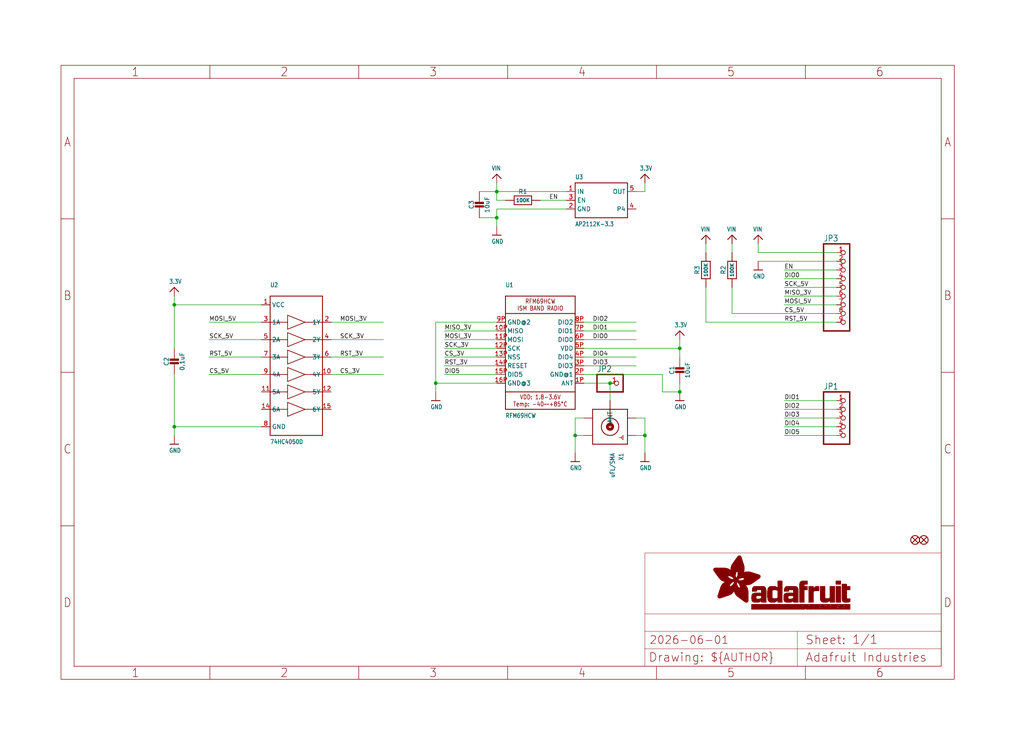
<source format=kicad_sch>
(kicad_sch (version 20230121) (generator eeschema)
  (paper "User" 298.45 217.322)
  (lib_symbols
    (symbol "working-eagle-import:3.3V" (power)
      (property "Value" "3.3V" (at -1.524 1.016 0))
      (symbol "3.3V_1_0"
        (pin power_in line (at 0 -2.54 90) (length 2.54) (name "3.3V") (number "1"))
      )
    )
    (symbol "working-eagle-import:74HC4050DTSSOP"
      (property "Reference" "U" (at -7.62 22.86 0))
      (symbol "74HC4050DTSSOP_1_0"
        (pin bidirectional line (at -10.16 17.78 0) (length 2.54) (name "VCC") (number "1"))
        (pin bidirectional line (at 10.16 -2.54 180) (length 2.54) (name "4Y") (number "10"))
        (pin bidirectional line (at -10.16 -7.62 0) (length 2.54) (name "5A") (number "11"))
        (pin bidirectional line (at 10.16 -7.62 180) (length 2.54) (name "5Y") (number "12"))
        (pin bidirectional line (at -10.16 -12.7 0) (length 2.54) (name "6A") (number "14"))
        (pin bidirectional line (at 10.16 -12.7 180) (length 2.54) (name "6Y") (number "15"))
        (pin bidirectional line (at 10.16 12.7 180) (length 2.54) (name "1Y") (number "2"))
        (pin bidirectional line (at -10.16 12.7 0) (length 2.54) (name "1A") (number "3"))
        (pin bidirectional line (at 10.16 7.62 180) (length 2.54) (name "2Y") (number "4"))
        (pin bidirectional line (at -10.16 7.62 0) (length 2.54) (name "2A") (number "5"))
        (pin bidirectional line (at 10.16 2.54 180) (length 2.54) (name "3Y") (number "6"))
        (pin bidirectional line (at -10.16 2.54 0) (length 2.54) (name "3A") (number "7"))
        (pin bidirectional line (at -10.16 -17.78 0) (length 2.54) (name "GND") (number "8"))
        (pin bidirectional line (at -10.16 -2.54 0) (length 2.54) (name "4A") (number "9"))
      )
    )
    (symbol "working-eagle-import:CAP_CERAMIC0805-NOOUTLINE"
      (property "Reference" "C" (at -2.29 1.25 90))
      (symbol "CAP_CERAMIC0805-NOOUTLINE_1_0"
        (pin passive line (at 0 5.08 270) (length 2.54) (name "1") (number "1"))
        (pin passive line (at 0 -2.54 90) (length 2.54) (name "2") (number "2"))
      )
    )
    (symbol "working-eagle-import:FIDUCIAL{dblquote}{dblquote}")
    (symbol "working-eagle-import:FRAME_A4_ADAFRUIT"
      (symbol "FRAME_A4_ADAFRUIT_1_0"
        (text "${#}/${##}" (at 230.505 10.16 0) (effects (font (size 2.54 2.54)) (justify left bottom)))
        (text "${AUTHOR}" (at 189.23 5.08 0) (effects (font (size 2.286 2.286)) (justify left bottom)))
        (text "${CURRENT_DATE}" (at 171.45 10.16 0) (effects (font (size 2.286 2.286)) (justify left bottom)))
        (text "${PROJECTNAME}" (at 171.45 15.24 0) (effects (font (size 2.54 2.54)) (justify left bottom)))
        (text "1" (at 21.6958 1.905 0) (effects (font (size 2.54 2.286))))
        (text "1" (at 21.6958 177.165 0) (effects (font (size 2.54 2.286))))
        (text "2" (at 65.0875 1.905 0) (effects (font (size 2.54 2.286))))
        (text "2" (at 65.0875 177.165 0) (effects (font (size 2.54 2.286))))
        (text "3" (at 108.4792 1.905 0) (effects (font (size 2.54 2.286))))
        (text "3" (at 108.4792 177.165 0) (effects (font (size 2.54 2.286))))
        (text "4" (at 151.8708 1.905 0) (effects (font (size 2.54 2.286))))
        (text "4" (at 151.8708 177.165 0) (effects (font (size 2.54 2.286))))
        (text "5" (at 195.2625 1.905 0) (effects (font (size 2.54 2.286))))
        (text "5" (at 195.2625 177.165 0) (effects (font (size 2.54 2.286))))
        (text "6" (at 238.6542 1.905 0) (effects (font (size 2.54 2.286))))
        (text "6" (at 238.6542 177.165 0) (effects (font (size 2.54 2.286))))
        (text "A" (at 1.905 156.6863 0) (effects (font (size 2.54 2.286))))
        (text "A" (at 258.445 156.6863 0) (effects (font (size 2.54 2.286))))
        (text "Adafruit Industries" (at 216.916 4.953 0) (effects (font (size 2.54 2.54)) (justify left bottom)))
        (text "B" (at 1.905 111.9188 0) (effects (font (size 2.54 2.286))))
        (text "B" (at 258.445 111.9188 0) (effects (font (size 2.54 2.286))))
        (text "C" (at 1.905 67.1513 0) (effects (font (size 2.54 2.286))))
        (text "C" (at 258.445 67.1513 0) (effects (font (size 2.54 2.286))))
        (text "D" (at 1.905 22.3838 0) (effects (font (size 2.54 2.286))))
        (text "D" (at 258.445 22.3838 0) (effects (font (size 2.54 2.286))))
        (text "Drawing:" (at 171.196 4.953 0) (effects (font (size 2.54 2.54)) (justify left bottom)))
        (text "Sheet:" (at 216.916 10.033 0) (effects (font (size 2.54 2.54)) (justify left bottom)))
      )
    )
    (symbol "working-eagle-import:GND" (power)
      (property "Value" "GND" (at -1.524 -2.54 0))
      (symbol "GND_1_0"
        (pin power_in line (at 0 2.54 270) (length 2.54) (name "GND") (number "1"))
      )
    )
    (symbol "working-eagle-import:HEADER-1X1ROUND"
      (property "Reference" "JP" (at -6.35 3.175 0))
      (symbol "HEADER-1X1ROUND_1_0"
        (pin passive inverted (at -2.54 0 0) (length 2.54) (name "1") (number "1"))
      )
    )
    (symbol "working-eagle-import:HEADER-1X570MIL"
      (property "Reference" "JP" (at -6.35 8.255 0))
      (symbol "HEADER-1X570MIL_1_0"
        (pin passive inverted (at -2.54 5.08 0) (length 2.54) (name "1") (number "1"))
        (pin passive inverted (at -2.54 2.54 0) (length 2.54) (name "2") (number "2"))
        (pin passive inverted (at -2.54 0 0) (length 2.54) (name "3") (number "3"))
        (pin passive inverted (at -2.54 -2.54 0) (length 2.54) (name "4") (number "4"))
        (pin passive inverted (at -2.54 -5.08 0) (length 2.54) (name "5") (number "5"))
      )
    )
    (symbol "working-eagle-import:HEADER-1X970MIL"
      (property "Reference" "JP" (at -6.35 13.335 0))
      (symbol "HEADER-1X970MIL_1_0"
        (pin passive inverted (at -2.54 10.16 0) (length 2.54) (name "1") (number "1"))
        (pin passive inverted (at -2.54 7.62 0) (length 2.54) (name "2") (number "2"))
        (pin passive inverted (at -2.54 5.08 0) (length 2.54) (name "3") (number "3"))
        (pin passive inverted (at -2.54 2.54 0) (length 2.54) (name "4") (number "4"))
        (pin passive inverted (at -2.54 0 0) (length 2.54) (name "5") (number "5"))
        (pin passive inverted (at -2.54 -2.54 0) (length 2.54) (name "6") (number "6"))
        (pin passive inverted (at -2.54 -5.08 0) (length 2.54) (name "7") (number "7"))
        (pin passive inverted (at -2.54 -7.62 0) (length 2.54) (name "8") (number "8"))
        (pin passive inverted (at -2.54 -10.16 0) (length 2.54) (name "9") (number "9"))
      )
    )
    (symbol "working-eagle-import:RESISTOR0805_NOOUTLINE"
      (property "Reference" "R" (at 0 2.54 0))
      (symbol "RESISTOR0805_NOOUTLINE_1_0"
        (pin passive line (at -5.08 0 0) (length 2.54) (name "1") (number "1"))
        (pin passive line (at 5.08 0 180) (length 2.54) (name "2") (number "2"))
      )
    )
    (symbol "working-eagle-import:RFM69HCW_SMT"
      (property "Reference" "U" (at -10.16 17.78 0))
      (symbol "RFM69HCW_SMT_1_0"
        (text "RFM69HCW\nISM BAND RADIO" (at 0 12.7 0) (effects (font (size 1.27 1.0795))))
        (text "VDD: 1.8-3.6V\nTemp: -40~~+85°C" (at 0 -15.24 0) (effects (font (size 1.27 1.0795))))
        (pin output line (at -12.7 5.08 0) (length 2.54) (name "MISO") (number "10P"))
        (pin input line (at -12.7 2.54 0) (length 2.54) (name "MOSI") (number "11P"))
        (pin input line (at -12.7 0 0) (length 2.54) (name "SCK") (number "12P"))
        (pin input line (at -12.7 -2.54 0) (length 2.54) (name "NSS") (number "13P"))
        (pin input line (at -12.7 -5.08 0) (length 2.54) (name "RESET") (number "14P"))
        (pin bidirectional line (at -12.7 -7.62 0) (length 2.54) (name "DIO5") (number "15P"))
        (pin power_in line (at -12.7 -10.16 0) (length 2.54) (name "GND@3") (number "16P"))
        (pin bidirectional line (at 12.7 -10.16 180) (length 2.54) (name "ANT") (number "1P"))
        (pin power_in line (at 12.7 -7.62 180) (length 2.54) (name "GND@1") (number "2P"))
        (pin bidirectional line (at 12.7 -5.08 180) (length 2.54) (name "DIO3") (number "3P"))
        (pin bidirectional line (at 12.7 -2.54 180) (length 2.54) (name "DIO4") (number "4P"))
        (pin power_in line (at 12.7 0 180) (length 2.54) (name "VDD") (number "5P"))
        (pin bidirectional line (at 12.7 2.54 180) (length 2.54) (name "DIO0") (number "6P"))
        (pin bidirectional line (at 12.7 5.08 180) (length 2.54) (name "DIO1") (number "7P"))
        (pin bidirectional line (at 12.7 7.62 180) (length 2.54) (name "DIO2") (number "8P"))
        (pin power_in line (at -12.7 7.62 0) (length 2.54) (name "GND@2") (number "9P"))
      )
    )
    (symbol "working-eagle-import:SMACONNECTOR_EDGE_UFL"
      (property "Reference" "X" (at 7.62 2.54 0))
      (symbol "SMACONNECTOR_EDGE_UFL_1_0"
        (pin power_in line (at -2.54 7.62 270) (length 2.54) (name "GND1") (number "GND@1"))
        (pin power_in line (at 2.54 7.62 270) (length 2.54) (name "GND2") (number "GND@2"))
        (pin power_in line (at -2.54 -7.62 90) (length 2.54) (name "GND3") (number "GND@3"))
        (pin power_in line (at 2.54 -7.62 90) (length 2.54) (name "GND4") (number "GND@4"))
        (pin bidirectional line (at -7.62 0 0) (length 2.54) (name "ANT") (number "P"))
      )
    )
    (symbol "working-eagle-import:VIN" (power)
      (property "Value" "VIN" (at -1.524 1.016 0))
      (symbol "VIN_1_0"
        (pin power_in line (at 0 -2.54 90) (length 2.54) (name "VIN") (number "1"))
      )
    )
    (symbol "working-eagle-import:VREG_SOT23-5"
      (property "Reference" "U" (at -7.62 6.096 0))
      (symbol "VREG_SOT23-5_1_0"
        (pin power_in line (at -10.16 2.54 0) (length 2.54) (name "IN") (number "1"))
        (pin power_in line (at -10.16 -2.54 0) (length 2.54) (name "GND") (number "2"))
        (pin input line (at -10.16 0 0) (length 2.54) (name "EN") (number "3"))
        (pin bidirectional line (at 10.16 -2.54 180) (length 2.54) (name "P4") (number "4"))
        (pin power_in line (at 10.16 2.54 180) (length 2.54) (name "OUT") (number "5"))
      )
    )
  )
  (junction (at 198.12 114.3))
  (junction (at 50.8 124.46))
  (junction (at 127 111.76))
  (junction (at 198.12 101.6))
  (junction (at 144.78 55.88))
  (junction (at 144.78 63.5))
  (junction (at 177.8 111.76))
  (junction (at 167.64 127))
  (junction (at 50.8 88.9))
  (junction (at 187.96 127))
  (wire (pts (xy 129.54 101.6) (xy 144.78 101.6)) (stroke (width 0.1524)))
  (wire (pts (xy 187.96 121.92) (xy 187.96 127)) (stroke (width 0.1524)))
  (wire (pts (xy 147.32 58.42) (xy 144.78 58.42)) (stroke (width 0.1524)))
  (wire (pts (xy 198.12 101.6) (xy 198.12 104.14)) (stroke (width 0.1524)))
  (wire (pts (xy 96.52 93.98) (xy 111.76 93.98)) (stroke (width 0.1524)))
  (wire (pts (xy 228.6 121.92) (xy 243.84 121.92)) (stroke (width 0.1524)))
  (wire (pts (xy 96.52 99.06) (xy 111.76 99.06)) (stroke (width 0.1524)))
  (wire (pts (xy 144.78 58.42) (xy 144.78 55.88)) (stroke (width 0.1524)))
  (wire (pts (xy 243.84 83.82) (xy 228.6 83.82)) (stroke (width 0.1524)))
  (wire (pts (xy 193.04 109.22) (xy 193.04 114.3)) (stroke (width 0.1524)))
  (wire (pts (xy 213.36 91.44) (xy 213.36 83.82)) (stroke (width 0.1524)))
  (wire (pts (xy 243.84 119.38) (xy 228.6 119.38)) (stroke (width 0.1524)))
  (wire (pts (xy 144.78 55.88) (xy 139.7 55.88)) (stroke (width 0.1524)))
  (wire (pts (xy 170.18 104.14) (xy 185.42 104.14)) (stroke (width 0.1524)))
  (wire (pts (xy 165.1 55.88) (xy 144.78 55.88)) (stroke (width 0.1524)))
  (wire (pts (xy 198.12 111.76) (xy 198.12 114.3)) (stroke (width 0.1524)))
  (wire (pts (xy 60.96 109.22) (xy 76.2 109.22)) (stroke (width 0.1524)))
  (wire (pts (xy 144.78 63.5) (xy 139.7 63.5)) (stroke (width 0.1524)))
  (wire (pts (xy 170.18 109.22) (xy 193.04 109.22)) (stroke (width 0.1524)))
  (wire (pts (xy 76.2 99.06) (xy 60.96 99.06)) (stroke (width 0.1524)))
  (wire (pts (xy 170.18 127) (xy 167.64 127)) (stroke (width 0.1524)))
  (wire (pts (xy 76.2 104.14) (xy 60.96 104.14)) (stroke (width 0.1524)))
  (wire (pts (xy 243.84 78.74) (xy 228.6 78.74)) (stroke (width 0.1524)))
  (wire (pts (xy 127 93.98) (xy 127 111.76)) (stroke (width 0.1524)))
  (wire (pts (xy 185.42 93.98) (xy 170.18 93.98)) (stroke (width 0.1524)))
  (wire (pts (xy 185.42 96.52) (xy 170.18 96.52)) (stroke (width 0.1524)))
  (wire (pts (xy 129.54 106.68) (xy 144.78 106.68)) (stroke (width 0.1524)))
  (wire (pts (xy 243.84 81.28) (xy 228.6 81.28)) (stroke (width 0.1524)))
  (wire (pts (xy 96.52 109.22) (xy 111.76 109.22)) (stroke (width 0.1524)))
  (wire (pts (xy 198.12 101.6) (xy 198.12 99.06)) (stroke (width 0.1524)))
  (wire (pts (xy 170.18 111.76) (xy 177.8 111.76)) (stroke (width 0.1524)))
  (wire (pts (xy 177.8 111.76) (xy 177.8 116.84)) (stroke (width 0.1524)))
  (wire (pts (xy 144.78 60.96) (xy 144.78 63.5)) (stroke (width 0.1524)))
  (wire (pts (xy 129.54 99.06) (xy 144.78 99.06)) (stroke (width 0.1524)))
  (wire (pts (xy 50.8 124.46) (xy 50.8 109.22)) (stroke (width 0.1524)))
  (wire (pts (xy 205.74 71.12) (xy 205.74 73.66)) (stroke (width 0.1524)))
  (wire (pts (xy 127 111.76) (xy 127 114.3)) (stroke (width 0.1524)))
  (wire (pts (xy 144.78 63.5) (xy 144.78 66.04)) (stroke (width 0.1524)))
  (wire (pts (xy 170.18 106.68) (xy 185.42 106.68)) (stroke (width 0.1524)))
  (wire (pts (xy 193.04 114.3) (xy 198.12 114.3)) (stroke (width 0.1524)))
  (wire (pts (xy 50.8 88.9) (xy 50.8 86.36)) (stroke (width 0.1524)))
  (wire (pts (xy 185.42 127) (xy 187.96 127)) (stroke (width 0.1524)))
  (wire (pts (xy 144.78 96.52) (xy 129.54 96.52)) (stroke (width 0.1524)))
  (wire (pts (xy 243.84 116.84) (xy 228.6 116.84)) (stroke (width 0.1524)))
  (wire (pts (xy 76.2 88.9) (xy 50.8 88.9)) (stroke (width 0.1524)))
  (wire (pts (xy 185.42 121.92) (xy 187.96 121.92)) (stroke (width 0.1524)))
  (wire (pts (xy 187.96 55.88) (xy 187.96 53.34)) (stroke (width 0.1524)))
  (wire (pts (xy 205.74 93.98) (xy 243.84 93.98)) (stroke (width 0.1524)))
  (wire (pts (xy 76.2 124.46) (xy 50.8 124.46)) (stroke (width 0.1524)))
  (wire (pts (xy 144.78 93.98) (xy 127 93.98)) (stroke (width 0.1524)))
  (wire (pts (xy 185.42 55.88) (xy 187.96 55.88)) (stroke (width 0.1524)))
  (wire (pts (xy 170.18 121.92) (xy 167.64 121.92)) (stroke (width 0.1524)))
  (wire (pts (xy 187.96 127) (xy 187.96 132.08)) (stroke (width 0.1524)))
  (wire (pts (xy 144.78 111.76) (xy 127 111.76)) (stroke (width 0.1524)))
  (wire (pts (xy 243.84 127) (xy 228.6 127)) (stroke (width 0.1524)))
  (wire (pts (xy 228.6 124.46) (xy 243.84 124.46)) (stroke (width 0.1524)))
  (wire (pts (xy 144.78 55.88) (xy 144.78 53.34)) (stroke (width 0.1524)))
  (wire (pts (xy 167.64 121.92) (xy 167.64 127)) (stroke (width 0.1524)))
  (wire (pts (xy 243.84 86.36) (xy 228.6 86.36)) (stroke (width 0.1524)))
  (wire (pts (xy 220.98 71.12) (xy 220.98 73.66)) (stroke (width 0.1524)))
  (wire (pts (xy 144.78 109.22) (xy 129.54 109.22)) (stroke (width 0.1524)))
  (wire (pts (xy 96.52 104.14) (xy 111.76 104.14)) (stroke (width 0.1524)))
  (wire (pts (xy 50.8 88.9) (xy 50.8 101.6)) (stroke (width 0.1524)))
  (wire (pts (xy 165.1 60.96) (xy 144.78 60.96)) (stroke (width 0.1524)))
  (wire (pts (xy 213.36 71.12) (xy 213.36 73.66)) (stroke (width 0.1524)))
  (wire (pts (xy 185.42 99.06) (xy 170.18 99.06)) (stroke (width 0.1524)))
  (wire (pts (xy 76.2 93.98) (xy 60.96 93.98)) (stroke (width 0.1524)))
  (wire (pts (xy 220.98 76.2) (xy 243.84 76.2)) (stroke (width 0.1524)))
  (wire (pts (xy 165.1 58.42) (xy 157.48 58.42)) (stroke (width 0.1524)))
  (wire (pts (xy 167.64 127) (xy 167.64 132.08)) (stroke (width 0.1524)))
  (wire (pts (xy 170.18 101.6) (xy 198.12 101.6)) (stroke (width 0.1524)))
  (wire (pts (xy 213.36 91.44) (xy 243.84 91.44)) (stroke (width 0.1524)))
  (wire (pts (xy 243.84 88.9) (xy 228.6 88.9)) (stroke (width 0.1524)))
  (wire (pts (xy 220.98 73.66) (xy 243.84 73.66)) (stroke (width 0.1524)))
  (wire (pts (xy 129.54 104.14) (xy 144.78 104.14)) (stroke (width 0.1524)))
  (wire (pts (xy 50.8 124.46) (xy 50.8 127)) (stroke (width 0.1524)))
  (wire (pts (xy 205.74 83.82) (xy 205.74 93.98)) (stroke (width 0.1524)))
  (label "EN" (at 160.02 58.42 0) (effects (font (size 1.2446 1.2446))))
  (label "RST_3V" (at 129.54 106.68 0) (effects (font (size 1.2446 1.2446))))
  (label "DIO2" (at 172.72 93.98 0) (effects (font (size 1.2446 1.2446))))
  (label "CS_3V" (at 99.06 109.22 0) (effects (font (size 1.2446 1.2446))))
  (label "MISO_3V" (at 129.54 96.52 0) (effects (font (size 1.2446 1.2446))))
  (label "DIO1" (at 172.72 96.52 0) (effects (font (size 1.2446 1.2446))))
  (label "DIO3" (at 172.72 106.68 0) (effects (font (size 1.2446 1.2446))))
  (label "CS_3V" (at 129.54 104.14 0) (effects (font (size 1.2446 1.2446))))
  (label "SCK_5V" (at 228.6 83.82 0) (effects (font (size 1.2446 1.2446))))
  (label "MISO_3V" (at 228.6 86.36 0) (effects (font (size 1.2446 1.2446))))
  (label "DIO0" (at 172.72 99.06 0) (effects (font (size 1.2446 1.2446))))
  (label "EN" (at 228.6 78.74 0) (effects (font (size 1.2446 1.2446))))
  (label "DIO5" (at 129.54 109.22 0) (effects (font (size 1.2446 1.2446))))
  (label "CS_5V" (at 60.96 109.22 0) (effects (font (size 1.2446 1.2446))))
  (label "DIO1" (at 228.6 116.84 0) (effects (font (size 1.2446 1.2446))))
  (label "CS_5V" (at 228.6 91.44 0) (effects (font (size 1.2446 1.2446))))
  (label "SCK_3V" (at 99.06 99.06 0) (effects (font (size 1.2446 1.2446))))
  (label "MOSI_3V" (at 129.54 99.06 0) (effects (font (size 1.2446 1.2446))))
  (label "DIO4" (at 172.72 104.14 0) (effects (font (size 1.2446 1.2446))))
  (label "SCK_5V" (at 60.96 99.06 0) (effects (font (size 1.2446 1.2446))))
  (label "MOSI_3V" (at 99.06 93.98 0) (effects (font (size 1.2446 1.2446))))
  (label "RST_5V" (at 228.6 93.98 0) (effects (font (size 1.2446 1.2446))))
  (label "DIO5" (at 228.6 127 0) (effects (font (size 1.2446 1.2446))))
  (label "DIO4" (at 228.6 124.46 0) (effects (font (size 1.2446 1.2446))))
  (label "MOSI_5V" (at 228.6 88.9 0) (effects (font (size 1.2446 1.2446))))
  (label "DIO3" (at 228.6 121.92 0) (effects (font (size 1.2446 1.2446))))
  (label "RST_3V" (at 99.06 104.14 0) (effects (font (size 1.2446 1.2446))))
  (label "SCK_3V" (at 129.54 101.6 0) (effects (font (size 1.2446 1.2446))))
  (label "DIO0" (at 228.6 81.28 0) (effects (font (size 1.2446 1.2446))))
  (label "RST_5V" (at 60.96 104.14 0) (effects (font (size 1.2446 1.2446))))
  (label "DIO2" (at 228.6 119.38 0) (effects (font (size 1.2446 1.2446))))
  (label "MOSI_5V" (at 60.96 93.98 0) (effects (font (size 1.2446 1.2446))))
  (symbol (lib_id "working-eagle-import:HEADER-1X970MIL") (at 246.38 83.82 0) (unit 1)
    (property "Reference" "JP3" (at 240.03 70.485 0) (effects (font (size 1.778 1.5113)) (justify left bottom)))
    (property "Value" "HEADER-1X970MIL" (effects hide))
    (property "Footprint" "working:1X09_ROUND_70" (effects hide))
  )
  (symbol (lib_id "working-eagle-import:SMACONNECTOR_EDGE_UFL") (at 177.8 124.46 270) (unit 1)
    (property "Reference" "X1" (at 180.34 132.08 0) (effects (font (size 1.27 1.0795)) (justify left bottom)))
    (property "Value" "uFL/SMA" (at 177.8 132.08 0) (effects (font (size 1.27 1.0795)) (justify left bottom)))
    (property "Footprint" "working:SMA_EDGELAUNCH_UFL" (effects hide))
  )
  (symbol (lib_id "working-eagle-import:FIDUCIAL{dblquote}{dblquote}") (at 266.7 157.48 0) (unit 1)
    (property "Reference" "FID2" (effects hide))
    (property "Value" "FIDUCIAL{dblquote}{dblquote}" (effects hide))
    (property "Footprint" "working:FIDUCIAL_1MM" (effects hide))
  )
  (symbol (lib_id "working-eagle-import:GND") (at 220.98 78.74 0) (unit 1)
    (property "Reference" "#U$18" (effects hide))
    (property "Value" "GND" (at 219.456 81.28 0) (effects (font (size 1.27 1.0795)) (justify left bottom)))
  )
  (symbol (lib_id "working-eagle-import:GND") (at 50.8 129.54 0) (unit 1)
    (property "Reference" "#U$3" (effects hide))
    (property "Value" "GND" (at 49.276 132.08 0) (effects (font (size 1.27 1.0795)) (justify left bottom)))
  )
  (symbol (lib_id "working-eagle-import:GND") (at 127 116.84 0) (unit 1)
    (property "Reference" "#U$4" (effects hide))
    (property "Value" "GND" (at 125.476 119.38 0) (effects (font (size 1.27 1.0795)) (justify left bottom)))
  )
  (symbol (lib_id "working-eagle-import:RESISTOR0805_NOOUTLINE") (at 205.74 78.74 90) (unit 1)
    (property "Reference" "R3" (at 203.2 78.74 0))
    (property "Value" "100K" (at 205.74 78.74 0) (effects (font (size 1.016 1.016) bold)))
    (property "Footprint" "working:0805-NO" (effects hide))
  )
  (symbol (lib_id "working-eagle-import:3.3V") (at 50.8 83.82 0) (unit 1)
    (property "Reference" "#U$2" (effects hide))
    (property "Value" "3.3V" (at 49.276 82.804 0) (effects (font (size 1.27 1.0795)) (justify left bottom)))
  )
  (symbol (lib_id "working-eagle-import:3.3V") (at 198.12 96.52 0) (unit 1)
    (property "Reference" "#U$5" (effects hide))
    (property "Value" "3.3V" (at 196.596 95.504 0) (effects (font (size 1.27 1.0795)) (justify left bottom)))
  )
  (symbol (lib_id "working-eagle-import:CAP_CERAMIC0805-NOOUTLINE") (at 198.12 109.22 0) (unit 1)
    (property "Reference" "C1" (at 195.83 107.97 90))
    (property "Value" "10uF" (at 200.42 107.97 90))
    (property "Footprint" "working:0805-NO" (effects hide))
  )
  (symbol (lib_id "working-eagle-import:HEADER-1X1ROUND") (at 180.34 111.76 0) (unit 1)
    (property "Reference" "JP2" (at 173.99 108.585 0) (effects (font (size 1.778 1.5113)) (justify left bottom)))
    (property "Value" "HEADER-1X1ROUND" (effects hide))
    (property "Footprint" "working:1X01_ROUND" (effects hide))
  )
  (symbol (lib_id "working-eagle-import:GND") (at 198.12 116.84 0) (unit 1)
    (property "Reference" "#U$6" (effects hide))
    (property "Value" "GND" (at 196.596 119.38 0) (effects (font (size 1.27 1.0795)) (justify left bottom)))
  )
  (symbol (lib_id "working-eagle-import:VIN") (at 220.98 68.58 0) (unit 1)
    (property "Reference" "#U$16" (effects hide))
    (property "Value" "VIN" (at 219.456 67.564 0) (effects (font (size 1.27 1.0795)) (justify left bottom)))
  )
  (symbol (lib_id "working-eagle-import:FRAME_A4_ADAFRUIT") (at 17.78 198.12 0) (unit 1)
    (property "Reference" "#U$1" (effects hide))
    (property "Value" "FRAME_A4_ADAFRUIT" (effects hide))
  )
  (symbol (lib_id "working-eagle-import:VREG_SOT23-5") (at 175.26 58.42 0) (unit 1)
    (property "Reference" "U3" (at 167.64 52.324 0) (effects (font (size 1.27 1.0795)) (justify left bottom)))
    (property "Value" "AP2112K-3.3" (at 167.64 66.04 0) (effects (font (size 1.27 1.0795)) (justify left bottom)))
    (property "Footprint" "working:SOT23-5" (effects hide))
  )
  (symbol (lib_id "working-eagle-import:GND") (at 167.64 134.62 0) (unit 1)
    (property "Reference" "#U$7" (effects hide))
    (property "Value" "GND" (at 166.116 137.16 0) (effects (font (size 1.27 1.0795)) (justify left bottom)))
  )
  (symbol (lib_id "working-eagle-import:VIN") (at 205.74 68.58 0) (unit 1)
    (property "Reference" "#U$13" (effects hide))
    (property "Value" "VIN" (at 204.216 67.564 0) (effects (font (size 1.27 1.0795)) (justify left bottom)))
  )
  (symbol (lib_id "working-eagle-import:FIDUCIAL{dblquote}{dblquote}") (at 269.24 157.48 0) (unit 1)
    (property "Reference" "FID1" (effects hide))
    (property "Value" "FIDUCIAL{dblquote}{dblquote}" (effects hide))
    (property "Footprint" "working:FIDUCIAL_1MM" (effects hide))
  )
  (symbol (lib_id "working-eagle-import:RFM69HCW_SMT") (at 157.48 101.6 0) (unit 1)
    (property "Reference" "U1" (at 147.32 83.82 0) (effects (font (size 1.27 1.0795)) (justify left bottom)))
    (property "Value" "RFM69HCW" (at 147.32 121.92 0) (effects (font (size 1.27 1.0795)) (justify left bottom)))
    (property "Footprint" "working:RFMHCW_SMT" (effects hide))
  )
  (symbol (lib_id "working-eagle-import:74HC4050DTSSOP") (at 86.36 106.68 0) (unit 1)
    (property "Reference" "U2" (at 78.74 83.82 0) (effects (font (size 1.27 1.0795)) (justify left bottom)))
    (property "Value" "74HC4050D" (at 78.74 129.54 0) (effects (font (size 1.27 1.0795)) (justify left bottom)))
    (property "Footprint" "working:TSSOP16" (effects hide))
  )
  (symbol (lib_id "working-eagle-import:CAP_CERAMIC0805-NOOUTLINE") (at 50.8 106.68 0) (unit 1)
    (property "Reference" "C2" (at 48.51 105.43 90))
    (property "Value" "0.1uF" (at 53.1 105.43 90))
    (property "Footprint" "working:0805-NO" (effects hide))
  )
  (symbol (lib_id "working-eagle-import:GND") (at 187.96 134.62 0) (unit 1)
    (property "Reference" "#U$9" (effects hide))
    (property "Value" "GND" (at 186.436 137.16 0) (effects (font (size 1.27 1.0795)) (justify left bottom)))
  )
  (symbol (lib_id "working-eagle-import:GND") (at 144.78 68.58 0) (unit 1)
    (property "Reference" "#U$11" (effects hide))
    (property "Value" "GND" (at 143.256 71.12 0) (effects (font (size 1.27 1.0795)) (justify left bottom)))
  )
  (symbol (lib_id "working-eagle-import:3.3V") (at 187.96 50.8 0) (unit 1)
    (property "Reference" "#U$12" (effects hide))
    (property "Value" "3.3V" (at 186.436 49.784 0) (effects (font (size 1.27 1.0795)) (justify left bottom)))
  )
  (symbol (lib_id "working-eagle-import:RESISTOR0805_NOOUTLINE") (at 213.36 78.74 90) (unit 1)
    (property "Reference" "R2" (at 210.82 78.74 0))
    (property "Value" "100K" (at 213.36 78.74 0) (effects (font (size 1.016 1.016) bold)))
    (property "Footprint" "working:0805-NO" (effects hide))
  )
  (symbol (lib_id "working-eagle-import:RESISTOR0805_NOOUTLINE") (at 152.4 58.42 0) (unit 1)
    (property "Reference" "R1" (at 152.4 55.88 0))
    (property "Value" "100K" (at 152.4 58.42 0) (effects (font (size 1.016 1.016) bold)))
    (property "Footprint" "working:0805-NO" (effects hide))
  )
  (symbol (lib_id "working-eagle-import:VIN") (at 213.36 68.58 0) (unit 1)
    (property "Reference" "#U$17" (effects hide))
    (property "Value" "VIN" (at 211.836 67.564 0) (effects (font (size 1.27 1.0795)) (justify left bottom)))
  )
  (symbol (lib_id "working-eagle-import:HEADER-1X570MIL") (at 246.38 121.92 0) (unit 1)
    (property "Reference" "JP1" (at 240.03 113.665 0) (effects (font (size 1.778 1.5113)) (justify left bottom)))
    (property "Value" "HEADER-1X570MIL" (effects hide))
    (property "Footprint" "working:1X05_ROUND_70" (effects hide))
  )
  (symbol (lib_id "working-eagle-import:CAP_CERAMIC0805-NOOUTLINE") (at 139.7 60.96 0) (unit 1)
    (property "Reference" "C3" (at 137.41 59.71 90))
    (property "Value" "10uF" (at 142 59.71 90))
    (property "Footprint" "working:0805-NO" (effects hide))
  )
  (symbol (lib_id "working-eagle-import:VIN") (at 144.78 50.8 0) (unit 1)
    (property "Reference" "#U$10" (effects hide))
    (property "Value" "VIN" (at 143.256 49.784 0) (effects (font (size 1.27 1.0795)) (justify left bottom)))
  )
)
</source>
